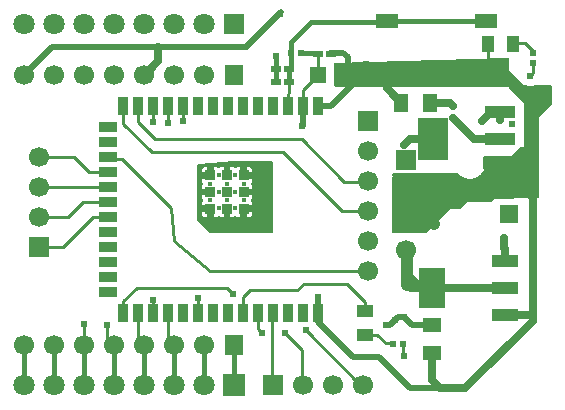
<source format=gtl>
G04 Layer: TopLayer*
G04 EasyEDA v6.5.44, 2024-09-01 12:15:54*
G04 62699ee94d054cea995aae1e18215b50,9332716679504667801b7cb99b0421ba,10*
G04 Gerber Generator version 0.2*
G04 Scale: 100 percent, Rotated: No, Reflected: No *
G04 Dimensions in inches *
G04 leading zeros omitted , absolute positions ,3 integer and 6 decimal *
%FSLAX36Y36*%
%MOIN*%

%AMMACRO1*21,1,$1,$2,0,0,$3*%
%ADD10C,0.0394*%
%ADD11C,0.0100*%
%ADD12C,0.0250*%
%ADD13C,0.0200*%
%ADD14C,0.0150*%
%ADD15R,0.0591X0.0472*%
%ADD16R,0.0472X0.0591*%
%ADD17R,0.0866X0.1378*%
%ADD18R,0.0866X0.0433*%
%ADD19MACRO1,0.0386X0.0972X90.0000*%
%ADD20MACRO1,0.1417X0.0972X-90.0000*%
%ADD21MACRO1,0.0531X0.0555X-90.0000*%
%ADD22MACRO1,0.0213X0.0311X-90.0000*%
%ADD23MACRO1,0.0213X0.0311X90.0000*%
%ADD24MACRO1,0.0394X0.0551X-90.0000*%
%ADD25R,0.0551X0.0394*%
%ADD26MACRO1,0.0394X0.0551X0.0000*%
%ADD27R,0.0394X0.0551*%
%ADD28MACRO1,0.0213X0.0223X90.0000*%
%ADD29MACRO1,0.0213X0.0223X0.0000*%
%ADD30R,0.0213X0.0223*%
%ADD31R,0.0748X0.0512*%
%ADD32R,0.0354X0.0591*%
%ADD33R,0.0591X0.0354*%
%ADD34R,0.0354X0.0354*%
%ADD35MACRO1,0.0669X0.0669X-90.0000*%
%ADD36C,0.0669*%
%ADD37MACRO1,0.062X0.0669X0.0000*%
%ADD38MACRO1,0.0709X0.0709X0.0000*%
%ADD39C,0.0709*%
%ADD40R,0.0669X0.0669*%
%ADD41R,0.0709X0.0709*%
%ADD42R,0.0630X0.0630*%
%ADD43C,0.0630*%
%ADD44C,0.0157*%
%ADD45C,0.0244*%
%ADD46C,0.0128*%

%LPD*%
G36*
X2456580Y2021960D02*
G01*
X2454940Y2022140D01*
X2453480Y2022980D01*
X2452500Y2024319D01*
X2452160Y2025940D01*
X2452160Y2205900D01*
X2452460Y2207440D01*
X2453340Y2208740D01*
X2456040Y2211520D01*
X2454380Y2212100D01*
X2453300Y2213080D01*
X2452660Y2214380D01*
X2452520Y2215820D01*
X2452860Y2219900D01*
X2453340Y2221480D01*
X2454400Y2222740D01*
X2455900Y2223460D01*
X2457560Y2223500D01*
X2459020Y2223180D01*
X2461600Y2222280D01*
X2464100Y2222000D01*
X2530580Y2222000D01*
X2533060Y2222280D01*
X2536180Y2223440D01*
X2537200Y2223560D01*
X2668700Y2223560D01*
X2669880Y2223380D01*
X2670960Y2222860D01*
X2671840Y2222040D01*
X2673900Y2219400D01*
X2678140Y2215180D01*
X2682840Y2211480D01*
X2687960Y2208380D01*
X2693420Y2205940D01*
X2699140Y2204140D01*
X2705020Y2203080D01*
X2711000Y2202700D01*
X2716980Y2203080D01*
X2722860Y2204140D01*
X2728580Y2205940D01*
X2734040Y2208380D01*
X2739160Y2211480D01*
X2743860Y2215180D01*
X2748100Y2219400D01*
X2751780Y2224120D01*
X2754880Y2229240D01*
X2756680Y2233200D01*
X2757540Y2234440D01*
X2758540Y2235100D01*
X2757460Y2235300D01*
X2756180Y2236180D01*
X2755299Y2237460D01*
X2755000Y2239000D01*
X2755000Y2273340D01*
X2755299Y2274880D01*
X2756180Y2276180D01*
X2758820Y2278820D01*
X2760120Y2279700D01*
X2761660Y2280000D01*
X2849600Y2280000D01*
X2850280Y2280280D01*
X2878820Y2308820D01*
X2880120Y2309700D01*
X2881660Y2310000D01*
X2889600Y2310000D01*
X2890000Y2310400D01*
X2890000Y2454600D01*
X2889720Y2455280D01*
X2841180Y2503820D01*
X2840299Y2505120D01*
X2840000Y2506660D01*
X2840000Y2509600D01*
X2839720Y2510280D01*
X2837520Y2512480D01*
X2836800Y2511760D01*
X2835500Y2510900D01*
X2833960Y2510600D01*
X2264280Y2510600D01*
X2262740Y2510900D01*
X2261460Y2511760D01*
X2257800Y2515420D01*
X2256920Y2516720D01*
X2256620Y2518260D01*
X2256620Y2583720D01*
X2256920Y2585220D01*
X2257740Y2586500D01*
X2259000Y2587380D01*
X2260500Y2587720D01*
X2836240Y2606580D01*
X2838140Y2606740D01*
X2839500Y2606300D01*
X2840620Y2605400D01*
X2841340Y2604160D01*
X2841600Y2602740D01*
X2841160Y2563840D01*
X2889720Y2515280D01*
X2890400Y2515000D01*
X2899320Y2515000D01*
X2900400Y2514840D01*
X2901420Y2514400D01*
X2903540Y2513100D01*
X2907060Y2511680D01*
X2910779Y2510880D01*
X2914580Y2510720D01*
X2918340Y2511200D01*
X2921960Y2512320D01*
X2925360Y2514020D01*
X2926740Y2514800D01*
X2928000Y2515000D01*
X2978340Y2515000D01*
X2979880Y2514700D01*
X2981180Y2513820D01*
X2983820Y2511180D01*
X2984700Y2509880D01*
X2985000Y2508340D01*
X2985000Y2456660D01*
X2984700Y2455120D01*
X2983820Y2453820D01*
X2940280Y2410280D01*
X2940000Y2409600D01*
X2940000Y2232380D01*
X2940160Y2231560D01*
X2940160Y2142560D01*
X2939860Y2141040D01*
X2938980Y2139740D01*
X2937700Y2138860D01*
X2936160Y2138560D01*
X2857559Y2138560D01*
X2856880Y2138280D01*
X2856340Y2137740D01*
X2855040Y2136860D01*
X2853500Y2136560D01*
X2793560Y2136560D01*
X2792880Y2136280D01*
X2783340Y2126740D01*
X2782040Y2125860D01*
X2780500Y2125560D01*
X2702559Y2125560D01*
X2701880Y2125280D01*
X2680340Y2103740D01*
X2679040Y2102860D01*
X2677500Y2102560D01*
X2646560Y2102560D01*
X2645880Y2102280D01*
X2567340Y2023740D01*
X2566040Y2022860D01*
X2564500Y2022560D01*
X2458560Y2022560D01*
G37*

%LPD*%
G36*
X1845680Y2021380D02*
G01*
X1844139Y2021680D01*
X1842840Y2022540D01*
X1801180Y2064199D01*
X1800320Y2065500D01*
X1800020Y2067020D01*
X1800020Y2246720D01*
X1800320Y2248240D01*
X1801180Y2249540D01*
X1803959Y2252320D01*
X1805120Y2253140D01*
X1806500Y2253480D01*
X1924160Y2262380D01*
X2048360Y2262380D01*
X2049900Y2262060D01*
X2051180Y2261200D01*
X2053839Y2258540D01*
X2054720Y2257240D01*
X2055020Y2255720D01*
X2055020Y2029019D01*
X2054720Y2027500D01*
X2053839Y2026200D01*
X2050180Y2022540D01*
X2048899Y2021680D01*
X2047360Y2021380D01*
G37*

%LPC*%
G36*
X1828660Y2076040D02*
G01*
X1834780Y2076040D01*
X1834780Y2092600D01*
X1818220Y2092600D01*
X1818220Y2086459D01*
X1818500Y2083980D01*
X1819259Y2081819D01*
X1820480Y2079900D01*
X1822080Y2078280D01*
X1824019Y2077060D01*
X1826160Y2076320D01*
G37*
G36*
X1967740Y2076040D02*
G01*
X1973860Y2076040D01*
X1976360Y2076320D01*
X1978500Y2077060D01*
X1980440Y2078280D01*
X1982040Y2079900D01*
X1983260Y2081819D01*
X1984019Y2083980D01*
X1984300Y2086459D01*
X1984300Y2092600D01*
X1967740Y2092600D01*
G37*
G36*
X1857500Y2076040D02*
G01*
X1863640Y2076040D01*
X1866120Y2076320D01*
X1868280Y2077060D01*
X1870200Y2078280D01*
X1870860Y2078940D01*
X1872160Y2079820D01*
X1873700Y2080120D01*
X1875220Y2079820D01*
X1876519Y2078940D01*
X1877200Y2078280D01*
X1879120Y2077060D01*
X1881279Y2076320D01*
X1883760Y2076040D01*
X1889900Y2076040D01*
X1889900Y2095180D01*
X1890000Y2096120D01*
X1890460Y2097240D01*
X1891420Y2100520D01*
X1891759Y2103940D01*
X1891420Y2107360D01*
X1890840Y2109360D01*
X1890720Y2111020D01*
X1891260Y2112580D01*
X1892420Y2113800D01*
X1893959Y2114420D01*
X1895620Y2114380D01*
X1898680Y2113640D01*
X1902120Y2113480D01*
X1905520Y2113960D01*
X1906459Y2114280D01*
X1907960Y2114500D01*
X1909440Y2114140D01*
X1910660Y2113280D01*
X1911480Y2112000D01*
X1911780Y2110520D01*
X1910840Y2105660D01*
X1910840Y2102240D01*
X1911500Y2098860D01*
X1912320Y2096780D01*
X1912620Y2095280D01*
X1912620Y2076040D01*
X1918740Y2076040D01*
X1921240Y2076320D01*
X1923380Y2077060D01*
X1925320Y2078280D01*
X1925980Y2078959D01*
X1927280Y2079820D01*
X1928820Y2080120D01*
X1930340Y2079820D01*
X1931639Y2078959D01*
X1932320Y2078280D01*
X1934240Y2077060D01*
X1936399Y2076320D01*
X1938880Y2076040D01*
X1945020Y2076040D01*
X1945020Y2095180D01*
X1945140Y2096120D01*
X1945580Y2097240D01*
X1946540Y2100520D01*
X1946879Y2103940D01*
X1946540Y2107360D01*
X1945960Y2109360D01*
X1945840Y2111020D01*
X1946380Y2112580D01*
X1947540Y2113800D01*
X1949079Y2114420D01*
X1950740Y2114380D01*
X1953800Y2113640D01*
X1957240Y2113480D01*
X1960640Y2113960D01*
X1963899Y2115100D01*
X1965200Y2115320D01*
X1984300Y2115320D01*
X1984300Y2121440D01*
X1984019Y2123940D01*
X1983260Y2126080D01*
X1982040Y2128020D01*
X1981380Y2128680D01*
X1980500Y2129980D01*
X1980200Y2131520D01*
X1980500Y2133040D01*
X1981380Y2134340D01*
X1982040Y2135020D01*
X1983260Y2136940D01*
X1984019Y2139100D01*
X1984300Y2141580D01*
X1984300Y2147720D01*
X1965160Y2147720D01*
X1963860Y2147940D01*
X1960640Y2149060D01*
X1957240Y2149540D01*
X1953800Y2149380D01*
X1950740Y2148640D01*
X1949079Y2148580D01*
X1947540Y2149220D01*
X1946380Y2150420D01*
X1945840Y2152000D01*
X1945960Y2153640D01*
X1946540Y2155640D01*
X1946879Y2159060D01*
X1946540Y2162480D01*
X1945960Y2164480D01*
X1945840Y2166140D01*
X1946380Y2167700D01*
X1947540Y2168920D01*
X1949079Y2169540D01*
X1950740Y2169500D01*
X1953800Y2168760D01*
X1957240Y2168600D01*
X1960640Y2169080D01*
X1963899Y2170220D01*
X1965220Y2170440D01*
X1984300Y2170440D01*
X1984300Y2176560D01*
X1984019Y2179060D01*
X1983260Y2181200D01*
X1982040Y2183140D01*
X1981380Y2183800D01*
X1980520Y2185100D01*
X1980200Y2186640D01*
X1980520Y2188160D01*
X1981380Y2189460D01*
X1982040Y2190120D01*
X1983260Y2192060D01*
X1984019Y2194200D01*
X1984300Y2196700D01*
X1984300Y2202820D01*
X1965200Y2202820D01*
X1963880Y2203040D01*
X1960640Y2204180D01*
X1957240Y2204660D01*
X1953800Y2204500D01*
X1950740Y2203760D01*
X1949079Y2203700D01*
X1947540Y2204340D01*
X1946380Y2205540D01*
X1945840Y2207120D01*
X1945960Y2208760D01*
X1946540Y2210760D01*
X1946879Y2214180D01*
X1946540Y2217600D01*
X1945140Y2222020D01*
X1945020Y2222960D01*
X1945020Y2242100D01*
X1938880Y2242100D01*
X1936399Y2241820D01*
X1934240Y2241080D01*
X1932320Y2239860D01*
X1931639Y2239180D01*
X1930340Y2238320D01*
X1928820Y2238020D01*
X1927280Y2238320D01*
X1925980Y2239180D01*
X1925320Y2239860D01*
X1923380Y2241080D01*
X1921240Y2241820D01*
X1918740Y2242100D01*
X1912620Y2242100D01*
X1912620Y2222840D01*
X1912320Y2221360D01*
X1911500Y2219280D01*
X1910840Y2215900D01*
X1910840Y2212480D01*
X1911780Y2207620D01*
X1911480Y2206140D01*
X1910660Y2204860D01*
X1909440Y2203980D01*
X1907960Y2203620D01*
X1906459Y2203840D01*
X1905520Y2204180D01*
X1902120Y2204660D01*
X1898680Y2204500D01*
X1895620Y2203760D01*
X1893959Y2203700D01*
X1892420Y2204340D01*
X1891260Y2205540D01*
X1890720Y2207120D01*
X1890840Y2208760D01*
X1891420Y2210760D01*
X1891759Y2214180D01*
X1891420Y2217600D01*
X1890000Y2222020D01*
X1889900Y2222960D01*
X1889900Y2242100D01*
X1883760Y2242100D01*
X1881279Y2241820D01*
X1879120Y2241080D01*
X1877200Y2239860D01*
X1876519Y2239200D01*
X1875220Y2238320D01*
X1873700Y2238020D01*
X1872160Y2238320D01*
X1870860Y2239200D01*
X1870200Y2239860D01*
X1868280Y2241080D01*
X1866120Y2241820D01*
X1863640Y2242100D01*
X1857500Y2242100D01*
X1857500Y2222860D01*
X1857220Y2221380D01*
X1856380Y2219280D01*
X1855720Y2215900D01*
X1855720Y2212480D01*
X1856660Y2207620D01*
X1856360Y2206140D01*
X1855540Y2204860D01*
X1854319Y2203980D01*
X1852840Y2203620D01*
X1851339Y2203840D01*
X1850400Y2204180D01*
X1847000Y2204660D01*
X1843560Y2204500D01*
X1840220Y2203680D01*
X1839139Y2203200D01*
X1837480Y2202820D01*
X1818220Y2202820D01*
X1818220Y2196700D01*
X1818500Y2194200D01*
X1819259Y2192060D01*
X1820480Y2190120D01*
X1821140Y2189460D01*
X1822000Y2188160D01*
X1822300Y2186640D01*
X1822000Y2185100D01*
X1821140Y2183800D01*
X1820460Y2183140D01*
X1819259Y2181200D01*
X1818500Y2179060D01*
X1818220Y2176560D01*
X1818220Y2170440D01*
X1837460Y2170440D01*
X1839120Y2170080D01*
X1840220Y2169560D01*
X1843560Y2168760D01*
X1847000Y2168600D01*
X1850400Y2169080D01*
X1851339Y2169400D01*
X1852840Y2169620D01*
X1854319Y2169260D01*
X1855540Y2168400D01*
X1856360Y2167120D01*
X1856660Y2165640D01*
X1855720Y2160780D01*
X1855720Y2157360D01*
X1856660Y2152500D01*
X1856360Y2151020D01*
X1855540Y2149740D01*
X1854319Y2148860D01*
X1852840Y2148500D01*
X1851339Y2148720D01*
X1850400Y2149060D01*
X1847000Y2149540D01*
X1843560Y2149380D01*
X1840220Y2148560D01*
X1839160Y2148080D01*
X1837500Y2147720D01*
X1818220Y2147720D01*
X1818220Y2141580D01*
X1818500Y2139100D01*
X1819259Y2136940D01*
X1820460Y2135020D01*
X1821140Y2134340D01*
X1822000Y2133040D01*
X1822320Y2131520D01*
X1822000Y2129980D01*
X1821140Y2128680D01*
X1820480Y2128020D01*
X1819259Y2126080D01*
X1818500Y2123940D01*
X1818220Y2121440D01*
X1818220Y2115320D01*
X1837460Y2115320D01*
X1839120Y2114940D01*
X1840220Y2114440D01*
X1843560Y2113640D01*
X1847000Y2113480D01*
X1850400Y2113960D01*
X1851339Y2114280D01*
X1852840Y2114500D01*
X1854319Y2114140D01*
X1855540Y2113280D01*
X1856360Y2112000D01*
X1856660Y2110520D01*
X1855720Y2105660D01*
X1855720Y2102240D01*
X1856380Y2098860D01*
X1857220Y2096759D01*
X1857500Y2095260D01*
G37*
G36*
X1967740Y2225540D02*
G01*
X1984300Y2225540D01*
X1984300Y2231680D01*
X1984019Y2234160D01*
X1983260Y2236320D01*
X1982040Y2238240D01*
X1980440Y2239860D01*
X1978500Y2241080D01*
X1976360Y2241820D01*
X1973860Y2242100D01*
X1967740Y2242100D01*
G37*
G36*
X1818220Y2225540D02*
G01*
X1834780Y2225540D01*
X1834780Y2242100D01*
X1828660Y2242100D01*
X1826160Y2241820D01*
X1824019Y2241080D01*
X1822080Y2239860D01*
X1820480Y2238240D01*
X1819259Y2236320D01*
X1818500Y2234160D01*
X1818220Y2231680D01*
G37*

%LPD*%
G36*
X1907960Y2148500D02*
G01*
X1906459Y2148720D01*
X1905520Y2149060D01*
X1902120Y2149540D01*
X1898680Y2149380D01*
X1895620Y2148640D01*
X1893959Y2148580D01*
X1892420Y2149220D01*
X1891260Y2150420D01*
X1890720Y2152000D01*
X1890840Y2153640D01*
X1891420Y2155640D01*
X1891759Y2159060D01*
X1891420Y2162480D01*
X1890840Y2164480D01*
X1890720Y2166140D01*
X1891260Y2167700D01*
X1892420Y2168920D01*
X1893959Y2169540D01*
X1895620Y2169500D01*
X1898680Y2168760D01*
X1902120Y2168600D01*
X1905520Y2169080D01*
X1906459Y2169400D01*
X1907960Y2169620D01*
X1909440Y2169260D01*
X1910660Y2168400D01*
X1911480Y2167120D01*
X1911780Y2165640D01*
X1910840Y2160780D01*
X1910840Y2157360D01*
X1911780Y2152500D01*
X1911480Y2151020D01*
X1910660Y2149740D01*
X1909440Y2148860D01*
G37*

%LPD*%
D10*
X2590609Y2051999D02*
G01*
X2499198Y2143411D01*
X2499198Y2166599D01*
D11*
X2163119Y1698690D02*
G01*
X2345749Y1516060D01*
X2358437Y1516060D01*
D12*
X1626748Y2549056D02*
G01*
X1672749Y2595057D01*
X1672749Y2642057D01*
D11*
X1503721Y2271594D02*
G01*
X1505721Y2269594D01*
X1551721Y2269594D01*
X1714722Y2106594D01*
X1723999Y1994000D01*
X1844722Y1896594D01*
X2365721Y1896594D01*
X1555699Y2443699D02*
G01*
X1555699Y2386700D01*
X1651000Y2291399D01*
X2086999Y2291399D01*
X2283699Y2094699D01*
X2365699Y2094699D01*
X1604700Y2442700D02*
G01*
X1604700Y2390700D01*
X1661000Y2334400D01*
X2150000Y2334400D01*
X2292700Y2191700D01*
X2369700Y2191700D01*
X1653100Y2441957D02*
G01*
X1653100Y2441957D01*
X1653100Y2392669D01*
X2108374Y2525371D02*
G01*
X2108374Y2490371D01*
X2103874Y2485871D01*
X2103874Y2446370D01*
X2102375Y2444870D01*
X2771701Y2650673D02*
G01*
X2771701Y2552103D01*
X2920000Y2587959D02*
G01*
X2920000Y2555000D01*
X2910000Y2545000D01*
D13*
X1227947Y2551291D02*
G01*
X1317947Y2641291D01*
X1966948Y2641291D01*
X1966948Y2643959D01*
X2080281Y2757292D01*
X2206211Y1761275D02*
G01*
X2206211Y1724131D01*
X2322640Y1607703D01*
X2407640Y1607703D01*
X2509781Y1505560D01*
X2611972Y1505560D01*
D11*
X2488936Y1652121D02*
G01*
X2488936Y1617676D01*
X2491529Y1615084D01*
X2363944Y1682566D02*
G01*
X2401720Y1682566D01*
X2430240Y1654047D01*
X2452462Y1654047D01*
X2453944Y1652566D01*
X1954700Y1755999D02*
G01*
X1954700Y1808800D01*
X1976800Y1830999D01*
X2136099Y1830999D01*
X2157500Y1852399D01*
X2301099Y1852399D01*
X2360399Y1793099D01*
X2359700Y1763800D01*
D13*
X2205106Y1757406D02*
G01*
X2205106Y1809906D01*
X2205607Y1810405D01*
X2491831Y1742849D02*
G01*
X2471539Y1742849D01*
X2459690Y1730999D01*
X2430259Y1716999D02*
G01*
X2445690Y1716999D01*
X2459691Y1731001D01*
X2206468Y2445931D02*
G01*
X2246468Y2445931D01*
X2343611Y2543074D01*
D14*
X2063945Y2568157D02*
G01*
X2063945Y2611655D01*
X2063800Y2611799D01*
X2065443Y2525156D02*
G01*
X2065443Y2566156D01*
X2062443Y2569157D01*
X2148487Y2622094D02*
G01*
X2199916Y2622094D01*
X2205631Y2616379D01*
X2114202Y2622094D02*
G01*
X2114202Y2577094D01*
X2108487Y2571379D01*
X2437100Y2727100D02*
G01*
X2181300Y2727100D01*
X2114200Y2660000D01*
X2113500Y2614200D01*
D13*
X2243622Y2623595D02*
G01*
X2289623Y2623595D01*
X2305622Y2607595D01*
X2305622Y2567595D01*
X2286622Y2548595D01*
X2427155Y2553202D02*
G01*
X2762155Y2553202D01*
D11*
X2005888Y1755781D02*
G01*
X2005888Y1702781D01*
X2018888Y1689780D01*
X2094600Y1688130D02*
G01*
X2151270Y1631460D01*
X2151270Y1526464D01*
D14*
X2761499Y2729800D02*
G01*
X2435500Y2729800D01*
X2435500Y2730799D01*
D11*
X2055270Y1750466D02*
G01*
X2052604Y1747800D01*
X2052604Y1519798D01*
D13*
X2154328Y2441215D02*
G01*
X2152996Y2439883D01*
X2152996Y2379883D01*
D14*
X2108999Y2568200D02*
G01*
X2108500Y2524200D01*
X1925000Y1650000D02*
G01*
X1925000Y1515000D01*
X1825000Y1650000D02*
G01*
X1825000Y1515000D01*
X1725000Y1650000D02*
G01*
X1725000Y1515000D01*
X1625000Y1650000D02*
G01*
X1625000Y1515000D01*
X1525000Y1650000D02*
G01*
X1525000Y1515000D01*
X1225000Y1650000D02*
G01*
X1225000Y1515000D01*
X1425000Y1650000D02*
G01*
X1425000Y1515000D01*
X1325000Y1650000D02*
G01*
X1325000Y1515000D01*
D10*
X2499921Y1967210D02*
G01*
X2502921Y1964209D01*
X2502921Y1884209D01*
X2502921Y1884209D02*
G01*
X2502921Y1850210D01*
D11*
X1555200Y1755500D02*
G01*
X1555200Y1795199D01*
X1600000Y1840000D01*
X1900000Y1840000D01*
X1920000Y1820000D01*
X2205627Y2550000D02*
G01*
X2203542Y2552084D01*
X2203542Y2620000D01*
X2155195Y2444486D02*
G01*
X2155195Y2499567D01*
X2205627Y2550000D01*
X1275000Y1975000D02*
G01*
X1355000Y1975000D01*
X1455000Y2075000D01*
X1504804Y2074996D01*
X1275000Y2075000D02*
G01*
X1370000Y2075000D01*
X1420000Y2125000D01*
X1504804Y2124996D01*
X1275000Y2175000D02*
G01*
X1504804Y2174996D01*
X1275000Y2275000D02*
G01*
X1390000Y2275000D01*
X1440000Y2225000D01*
X1504804Y2224996D01*
X1705195Y2444486D02*
G01*
X1705195Y2390000D01*
X1755195Y2444486D02*
G01*
X1755195Y2410000D01*
X1755195Y2395000D01*
X1605195Y1755506D02*
G01*
X1605195Y1669805D01*
X1625001Y1650000D01*
X1705195Y1755506D02*
G01*
X1705195Y1669805D01*
X1725001Y1650000D01*
X1500000Y1715000D02*
G01*
X1500000Y1675001D01*
X1525001Y1650000D01*
X1805195Y1755506D02*
G01*
X1805000Y1755702D01*
X1805000Y1805000D01*
X1655195Y1755506D02*
G01*
X1655195Y1800000D01*
X1425001Y1650000D02*
G01*
X1425001Y1720000D01*
X1230000Y2555000D02*
G01*
X1225000Y2550000D01*
X2853119Y2655515D02*
G01*
X2894619Y2655515D01*
X2920000Y2630133D01*
X2920000Y2622040D01*
D12*
X2674290Y2385709D02*
G01*
X2655000Y2405000D01*
X2811610Y2335000D02*
G01*
X2725002Y2335000D01*
X2674291Y2385709D01*
X2811610Y2425549D02*
G01*
X2811610Y2400001D01*
X2811611Y2400000D01*
X2827002Y1969868D02*
G01*
X2825000Y1971869D01*
X2825000Y2005000D01*
X2826999Y1930549D02*
G01*
X2826999Y1969866D01*
X2811610Y2425549D02*
G01*
X2780550Y2425549D01*
X2750000Y2395000D01*
X2515000Y2335000D02*
G01*
X2510000Y2335000D01*
X2490000Y2315000D01*
X2588389Y2335000D02*
G01*
X2515000Y2335000D01*
X2577240Y2455000D02*
G01*
X2645000Y2455000D01*
X2655000Y2445000D01*
X2482759Y2455000D02*
G01*
X2433649Y2504110D01*
X2433649Y2552420D01*
X2583000Y1840000D02*
G01*
X2513130Y1840000D01*
X2502920Y1850210D01*
X2502920Y1884209D02*
G01*
X2547129Y1840000D01*
X2583000Y1840000D01*
D13*
X2491830Y1742849D02*
G01*
X2517439Y1717240D01*
X2585000Y1717240D01*
D12*
X2583000Y1840000D02*
G01*
X2826999Y1840000D01*
X2585000Y1622759D02*
G01*
X2585000Y1532539D01*
X2611970Y1505569D01*
X2826999Y1749450D02*
G01*
X2920100Y1749450D01*
X2611999Y1505599D02*
G01*
X2695600Y1505599D01*
X2920100Y1730100D01*
X2920100Y2140599D01*
X2880100Y2180599D01*
X2837399Y2180599D01*
X2836099Y2181900D01*
D15*
G01*
X2585000Y1717240D03*
G01*
X2585000Y1622759D03*
D16*
G01*
X2577240Y2455000D03*
G01*
X2482759Y2455000D03*
D17*
G01*
X2583000Y1840000D03*
D18*
G01*
X2826999Y1930549D03*
G01*
X2826999Y1840000D03*
G01*
X2826999Y1749450D03*
D19*
G01*
X2811614Y2244448D03*
G01*
X2811614Y2335000D03*
G01*
X2811614Y2425551D03*
D20*
G01*
X2588385Y2335000D03*
D21*
G01*
X2205628Y2550000D03*
G01*
X2284371Y2550000D03*
D22*
G01*
X2203540Y2620000D03*
G01*
X2246459Y2620000D03*
D23*
G01*
X2106459Y2570000D03*
G01*
X2063540Y2570000D03*
D24*
G01*
X2362570Y1763922D03*
D25*
G01*
X2362569Y1681219D03*
D26*
G01*
X2770492Y2652367D03*
D27*
G01*
X2853190Y2652370D03*
D28*
G01*
X2488043Y1653071D03*
G01*
X2453962Y1653071D03*
D29*
G01*
X2920000Y2587959D03*
D30*
G01*
X2920000Y2622040D03*
D28*
G01*
X2148507Y2621429D03*
G01*
X2114426Y2621429D03*
D31*
G01*
X2433649Y2729580D03*
G01*
X2764350Y2729580D03*
G01*
X2433649Y2552420D03*
G01*
X2764350Y2552420D03*
D32*
G01*
X2205200Y2444490D03*
G01*
X2155200Y2444490D03*
G01*
X2105200Y2444490D03*
G01*
X2055200Y2444490D03*
G01*
X2005200Y2444490D03*
G01*
X1955200Y2444490D03*
G01*
X1905200Y2444490D03*
G01*
X1855200Y2444490D03*
G01*
X1805200Y2444490D03*
G01*
X1755200Y2444490D03*
G01*
X1705200Y2444490D03*
G01*
X1655200Y2444490D03*
G01*
X1605200Y2444490D03*
G01*
X1555200Y2444490D03*
D33*
G01*
X1504799Y2375000D03*
G01*
X1504799Y2325000D03*
G01*
X1504799Y2275000D03*
G01*
X1504799Y2225000D03*
G01*
X1504799Y2175000D03*
G01*
X1504799Y2125000D03*
G01*
X1504799Y2075000D03*
G01*
X1504799Y2025000D03*
G01*
X1504799Y1975000D03*
G01*
X1504799Y1925000D03*
G01*
X1504799Y1875000D03*
G01*
X1505979Y1825000D03*
D32*
G01*
X1555200Y1755509D03*
G01*
X1605200Y1755509D03*
G01*
X1655200Y1755509D03*
G01*
X1705200Y1755509D03*
G01*
X1755200Y1755509D03*
G01*
X1805200Y1755509D03*
G01*
X1855200Y1755509D03*
G01*
X1905200Y1755509D03*
G01*
X1955200Y1755509D03*
G01*
X2005200Y1755509D03*
G01*
X2055200Y1755509D03*
G01*
X2105200Y1755509D03*
G01*
X2155200Y1755509D03*
G01*
X2205200Y1755509D03*
D34*
G01*
X1901250Y2159059D03*
G01*
X1901250Y2214180D03*
G01*
X1901250Y2103939D03*
G01*
X1956369Y2103939D03*
G01*
X1956369Y2159059D03*
G01*
X1956369Y2214180D03*
G01*
X1846139Y2214180D03*
G01*
X1846130Y2159059D03*
G01*
X1846139Y2103939D03*
D23*
G01*
X2106459Y2525000D03*
G01*
X2063540Y2525000D03*
D35*
G01*
X2497333Y2265666D03*
D36*
G01*
X2497330Y2165670D03*
G01*
X2497330Y2065670D03*
G01*
X2497330Y1965670D03*
G01*
X1225000Y2550000D03*
G01*
X1325000Y2550000D03*
G01*
X1425000Y2550000D03*
G01*
X1525000Y2550000D03*
G01*
X1625000Y2550000D03*
G01*
X1725000Y2550000D03*
G01*
X1825000Y2550000D03*
D37*
G01*
X1925000Y2550000D03*
D38*
G01*
X1925000Y1515000D03*
D39*
G01*
X1825000Y1515000D03*
G01*
X1725000Y1515000D03*
G01*
X1625000Y1515000D03*
G01*
X1525000Y1515000D03*
G01*
X1425000Y1515000D03*
G01*
X1325000Y1515000D03*
G01*
X1225000Y1515000D03*
D36*
G01*
X1225000Y1650000D03*
G01*
X1325000Y1650000D03*
G01*
X1425000Y1650000D03*
G01*
X1525000Y1650000D03*
G01*
X1625000Y1650000D03*
G01*
X1725000Y1650000D03*
G01*
X1825000Y1650000D03*
D37*
G01*
X1925000Y1650000D03*
D35*
G01*
X2370000Y2395000D03*
D36*
G01*
X2370000Y2295000D03*
G01*
X2370000Y2195000D03*
G01*
X2370000Y2095000D03*
G01*
X2370000Y1995000D03*
G01*
X2370000Y1895000D03*
D40*
G01*
X1275000Y1975000D03*
D36*
G01*
X1275000Y2075000D03*
G01*
X1275000Y2175000D03*
G01*
X1275000Y2275000D03*
D40*
G01*
X2055000Y1515000D03*
D36*
G01*
X2155000Y1515000D03*
G01*
X2255000Y1515000D03*
G01*
X2355000Y1515000D03*
D41*
G01*
X1925000Y2720000D03*
D39*
G01*
X1825000Y2720000D03*
G01*
X1725000Y2720000D03*
G01*
X1625000Y2720000D03*
G01*
X1525000Y2720000D03*
G01*
X1425000Y2720000D03*
G01*
X1325000Y2720000D03*
G01*
X1225000Y2720000D03*
D42*
G01*
X2840000Y2085000D03*
D43*
G01*
X2840000Y2185000D03*
D44*
G01*
X1928819Y2159070D03*
G01*
X1873699Y2159070D03*
G01*
X1873699Y2103950D03*
G01*
X1928819Y2103950D03*
G01*
X1956379Y2131509D03*
G01*
X1901260Y2131509D03*
G01*
X1846139Y2131509D03*
G01*
X1873699Y2214189D03*
G01*
X1928819Y2214189D03*
G01*
X1956379Y2186630D03*
G01*
X1901260Y2186630D03*
G01*
X1846139Y2186630D03*
D45*
G01*
X1425000Y1720000D03*
G01*
X1655200Y1800000D03*
G01*
X1500000Y1715000D03*
G01*
X1805000Y1805000D03*
G01*
X1755200Y2395000D03*
G01*
X1705200Y2390000D03*
G01*
X1920000Y1820000D03*
G01*
X2502920Y1850210D03*
G01*
X2502920Y1884209D03*
G01*
X2151660Y2379879D03*
G01*
X2094600Y1688130D03*
G01*
X2163119Y1698690D03*
G01*
X2018890Y1689780D03*
G01*
X2430259Y1716999D03*
G01*
X2459690Y1730999D03*
G01*
X2491830Y1742849D03*
G01*
X2063800Y2611799D03*
G01*
X2344660Y2545799D03*
G01*
X2366090Y2587229D03*
G01*
X2205609Y1810410D03*
G01*
X2491530Y1612590D03*
G01*
X2563400Y1506990D03*
G01*
X2611970Y1505569D03*
G01*
X2589809Y2557669D03*
G01*
X2621809Y2552669D03*
G01*
X2077809Y2753670D03*
G01*
X2910000Y2545000D03*
G01*
X1653100Y2392669D03*
G01*
X2018720Y2149589D03*
G01*
X2018720Y2120590D03*
G01*
X2015720Y2088589D03*
G01*
X2020720Y2040590D03*
G01*
X1672749Y2642060D03*
G01*
X2655000Y2405000D03*
G01*
X2674290Y2385709D03*
G01*
X2811610Y2400000D03*
G01*
X2850000Y2385000D03*
G01*
X2825000Y2005000D03*
G01*
X2826999Y1969870D03*
G01*
X2750000Y2395000D03*
G01*
X2490000Y2315000D03*
G01*
X2515000Y2335000D03*
G01*
X2655000Y2445000D03*
G01*
X2657759Y2160000D03*
G01*
X2657759Y2124729D03*
M02*

</source>
